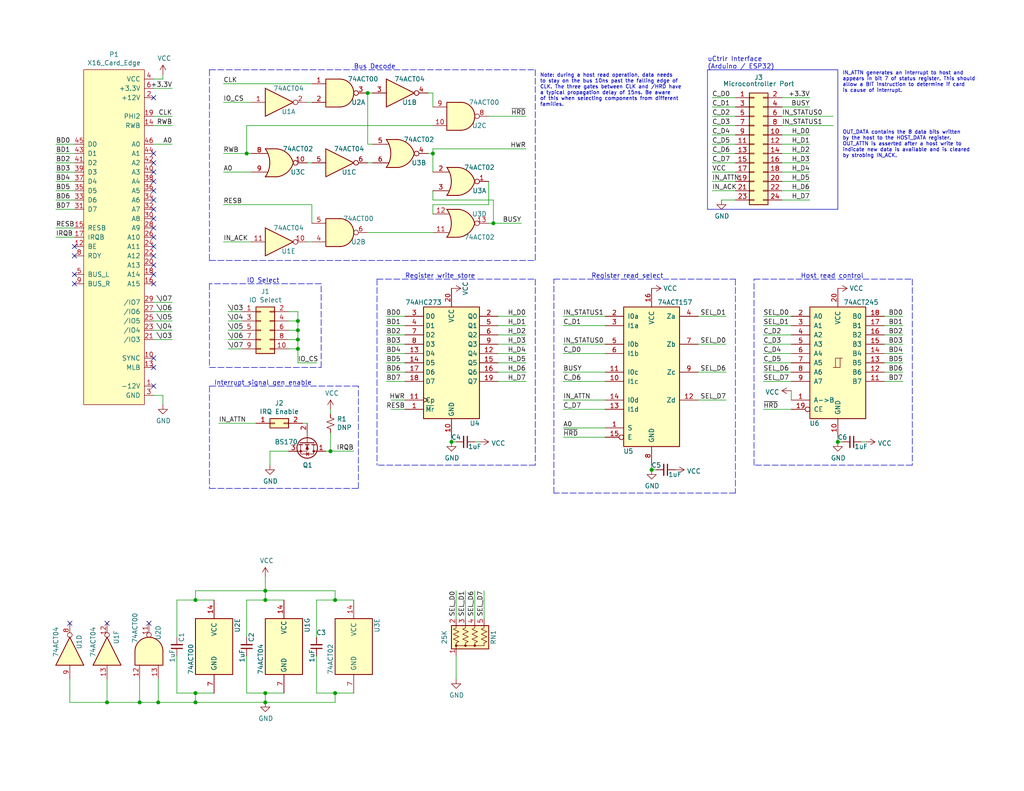
<source format=kicad_sch>
(kicad_sch (version 20211123) (generator eeschema)
  (paper "USLetter")
  (title_block (title "Simple 6502 Interface") (date "2022-02-09") (rev "0.1"))
  (lib_symbols
    (symbol "74xx:74AHC273"
      (property "Reference" "U" (at -7.62 16.51 0))
      (property "Value" "74AHC273" (at -7.62 -16.51 0))
      (symbol "74AHC273_1_0"
        (pin input line (at -12.7 -12.7 0) (length 5.08) (name "~{Mr}") (number "1"))
        (pin power_in line (at 0 -20.32 90) (length 5.08) (name "GND") (number "10"))
        (pin input clock (at -12.7 -10.16 0) (length 5.08) (name "Cp") (number "11"))
        (pin output line (at 12.7 2.54 180) (length 5.08) (name "Q4") (number "12"))
        (pin input line (at -12.7 2.54 0) (length 5.08) (name "D4") (number "13"))
        (pin input line (at -12.7 0 0) (length 5.08) (name "D5") (number "14"))
        (pin output line (at 12.7 0 180) (length 5.08) (name "Q5") (number "15"))
        (pin output line (at 12.7 -2.54 180) (length 5.08) (name "Q6") (number "16"))
        (pin input line (at -12.7 -2.54 0) (length 5.08) (name "D6") (number "17"))
        (pin input line (at -12.7 -5.08 0) (length 5.08) (name "D7") (number "18"))
        (pin output line (at 12.7 -5.08 180) (length 5.08) (name "Q7") (number "19"))
        (pin output line (at 12.7 12.7 180) (length 5.08) (name "Q0") (number "2"))
        (pin power_in line (at 0 20.32 270) (length 5.08) (name "VCC") (number "20"))
        (pin input line (at -12.7 12.7 0) (length 5.08) (name "D0") (number "3"))
        (pin input line (at -12.7 10.16 0) (length 5.08) (name "D1") (number "4"))
        (pin output line (at 12.7 10.16 180) (length 5.08) (name "Q1") (number "5"))
        (pin output line (at 12.7 7.62 180) (length 5.08) (name "Q2") (number "6"))
        (pin input line (at -12.7 7.62 0) (length 5.08) (name "D2") (number "7"))
        (pin input line (at -12.7 5.08 0) (length 5.08) (name "D3") (number "8"))
        (pin output line (at 12.7 5.08 180) (length 5.08) (name "Q3") (number "9"))
      )
    )
    (symbol "74xx:74HC04"
      (property "Reference" "U" (at 0 1.27 0))
      (property "Value" "74HC04" (at 0 -1.27 0))
      (symbol "74HC04_1_0"
        (pin input line (at -7.62 0 0) (length 3.81) (name "~") (number "1"))
        (pin output inverted (at 7.62 0 180) (length 3.81) (name "~") (number "2"))
      )
      (symbol "74HC04_2_0"
        (pin input line (at -7.62 0 0) (length 3.81) (name "~") (number "3"))
        (pin output inverted (at 7.62 0 180) (length 3.81) (name "~") (number "4"))
      )
      (symbol "74HC04_3_0"
        (pin input line (at -7.62 0 0) (length 3.81) (name "~") (number "5"))
        (pin output inverted (at 7.62 0 180) (length 3.81) (name "~") (number "6"))
      )
      (symbol "74HC04_4_0"
        (pin output inverted (at 7.62 0 180) (length 3.81) (name "~") (number "8"))
        (pin input line (at -7.62 0 0) (length 3.81) (name "~") (number "9"))
      )
      (symbol "74HC04_5_0"
        (pin output inverted (at 7.62 0 180) (length 3.81) (name "~") (number "10"))
        (pin input line (at -7.62 0 0) (length 3.81) (name "~") (number "11"))
      )
      (symbol "74HC04_6_0"
        (pin output inverted (at 7.62 0 180) (length 3.81) (name "~") (number "12"))
        (pin input line (at -7.62 0 0) (length 3.81) (name "~") (number "13"))
      )
      (symbol "74HC04_7_0"
        (pin power_in line (at 0 12.7 270) (length 5.08) (name "VCC") (number "14"))
        (pin power_in line (at 0 -12.7 90) (length 5.08) (name "GND") (number "7"))
      )
    )
    (symbol "74xx:74LS00" (pin_names (offset 1.016))
      (property "Reference" "U" (at 0 1.27 0))
      (property "Value" "74LS00" (at 0 -1.27 0))
      (symbol "74LS00_1_1"
        (pin input line (at -7.62 2.54 0) (length 3.81) (name "~") (number "1"))
        (pin input line (at -7.62 -2.54 0) (length 3.81) (name "~") (number "2"))
        (pin output inverted (at 7.62 0 180) (length 3.81) (name "~") (number "3"))
      )
      (symbol "74LS00_1_2"
        (pin input inverted (at -7.62 2.54 0) (length 4.318) (name "~") (number "1"))
        (pin input inverted (at -7.62 -2.54 0) (length 4.318) (name "~") (number "2"))
        (pin output line (at 7.62 0 180) (length 3.81) (name "~") (number "3"))
      )
      (symbol "74LS00_2_1"
        (pin input line (at -7.62 2.54 0) (length 3.81) (name "~") (number "4"))
        (pin input line (at -7.62 -2.54 0) (length 3.81) (name "~") (number "5"))
        (pin output inverted (at 7.62 0 180) (length 3.81) (name "~") (number "6"))
      )
      (symbol "74LS00_2_2"
        (pin input inverted (at -7.62 2.54 0) (length 4.318) (name "~") (number "4"))
        (pin input inverted (at -7.62 -2.54 0) (length 4.318) (name "~") (number "5"))
        (pin output line (at 7.62 0 180) (length 3.81) (name "~") (number "6"))
      )
      (symbol "74LS00_3_1"
        (pin input line (at -7.62 -2.54 0) (length 3.81) (name "~") (number "10"))
        (pin output inverted (at 7.62 0 180) (length 3.81) (name "~") (number "8"))
        (pin input line (at -7.62 2.54 0) (length 3.81) (name "~") (number "9"))
      )
      (symbol "74LS00_3_2"
        (pin input inverted (at -7.62 -2.54 0) (length 4.318) (name "~") (number "10"))
        (pin output line (at 7.62 0 180) (length 3.81) (name "~") (number "8"))
        (pin input inverted (at -7.62 2.54 0) (length 4.318) (name "~") (number "9"))
      )
      (symbol "74LS00_4_1"
        (pin output inverted (at 7.62 0 180) (length 3.81) (name "~") (number "11"))
        (pin input line (at -7.62 2.54 0) (length 3.81) (name "~") (number "12"))
        (pin input line (at -7.62 -2.54 0) (length 3.81) (name "~") (number "13"))
      )
      (symbol "74LS00_4_2"
        (pin output line (at 7.62 0 180) (length 3.81) (name "~") (number "11"))
        (pin input inverted (at -7.62 2.54 0) (length 4.318) (name "~") (number "12"))
        (pin input inverted (at -7.62 -2.54 0) (length 4.318) (name "~") (number "13"))
      )
      (symbol "74LS00_5_0"
        (pin power_in line (at 0 12.7 270) (length 5.08) (name "VCC") (number "14"))
        (pin power_in line (at 0 -12.7 90) (length 5.08) (name "GND") (number "7"))
      )
    )
    (symbol "74xx:74LS02" (pin_names (offset 1.016))
      (property "Reference" "U" (at 0 1.27 0))
      (property "Value" "74LS02" (at 0 -1.27 0))
      (symbol "74LS02_1_1"
        (pin output inverted (at 7.62 0 180) (length 3.81) (name "~") (number "1"))
        (pin input line (at -7.62 2.54 0) (length 4.318) (name "~") (number "2"))
        (pin input line (at -7.62 -2.54 0) (length 4.318) (name "~") (number "3"))
      )
      (symbol "74LS02_1_2"
        (pin output line (at 7.62 0 180) (length 3.81) (name "~") (number "1"))
        (pin input inverted (at -7.62 2.54 0) (length 3.81) (name "~") (number "2"))
        (pin input inverted (at -7.62 -2.54 0) (length 3.81) (name "~") (number "3"))
      )
      (symbol "74LS02_2_1"
        (pin output inverted (at 7.62 0 180) (length 3.81) (name "~") (number "4"))
        (pin input line (at -7.62 2.54 0) (length 4.318) (name "~") (number "5"))
        (pin input line (at -7.62 -2.54 0) (length 4.318) (name "~") (number "6"))
      )
      (symbol "74LS02_2_2"
        (pin output line (at 7.62 0 180) (length 3.81) (name "~") (number "4"))
        (pin input inverted (at -7.62 2.54 0) (length 3.81) (name "~") (number "5"))
        (pin input inverted (at -7.62 -2.54 0) (length 3.81) (name "~") (number "6"))
      )
      (symbol "74LS02_3_1"
        (pin output inverted (at 7.62 0 180) (length 3.81) (name "~") (number "10"))
        (pin input line (at -7.62 2.54 0) (length 4.318) (name "~") (number "8"))
        (pin input line (at -7.62 -2.54 0) (length 4.318) (name "~") (number "9"))
      )
      (symbol "74LS02_3_2"
        (pin output line (at 7.62 0 180) (length 3.81) (name "~") (number "10"))
        (pin input inverted (at -7.62 2.54 0) (length 3.81) (name "~") (number "8"))
        (pin input inverted (at -7.62 -2.54 0) (length 3.81) (name "~") (number "9"))
      )
      (symbol "74LS02_4_1"
        (pin input line (at -7.62 2.54 0) (length 4.318) (name "~") (number "11"))
        (pin input line (at -7.62 -2.54 0) (length 4.318) (name "~") (number "12"))
        (pin output inverted (at 7.62 0 180) (length 3.81) (name "~") (number "13"))
      )
      (symbol "74LS02_4_2"
        (pin input inverted (at -7.62 2.54 0) (length 3.81) (name "~") (number "11"))
        (pin input inverted (at -7.62 -2.54 0) (length 3.81) (name "~") (number "12"))
        (pin output line (at 7.62 0 180) (length 3.81) (name "~") (number "13"))
      )
      (symbol "74LS02_5_0"
        (pin power_in line (at 0 12.7 270) (length 5.08) (name "VCC") (number "14"))
        (pin power_in line (at 0 -12.7 90) (length 5.08) (name "GND") (number "7"))
      )
    )
    (symbol "74xx:74LS157" (pin_names (offset 1.016))
      (property "Reference" "U" (at -7.62 19.05 0))
      (property "Value" "74LS157" (at -7.62 -21.59 0))
      (symbol "74LS157_1_0"
        (pin input line (at -12.7 -15.24 0) (length 5.08) (name "S") (number "1"))
        (pin input line (at -12.7 -2.54 0) (length 5.08) (name "I1c") (number "10"))
        (pin input line (at -12.7 0 0) (length 5.08) (name "I0c") (number "11"))
        (pin output line (at 12.7 -7.62 180) (length 5.08) (name "Zd") (number "12"))
        (pin input line (at -12.7 -10.16 0) (length 5.08) (name "I1d") (number "13"))
        (pin input line (at -12.7 -7.62 0) (length 5.08) (name "I0d") (number "14"))
        (pin input inverted (at -12.7 -17.78 0) (length 5.08) (name "E") (number "15"))
        (pin power_in line (at 0 22.86 270) (length 5.08) (name "VCC") (number "16"))
        (pin input line (at -12.7 15.24 0) (length 5.08) (name "I0a") (number "2"))
        (pin input line (at -12.7 12.7 0) (length 5.08) (name "I1a") (number "3"))
        (pin output line (at 12.7 15.24 180) (length 5.08) (name "Za") (number "4"))
        (pin input line (at -12.7 7.62 0) (length 5.08) (name "I0b") (number "5"))
        (pin input line (at -12.7 5.08 0) (length 5.08) (name "I1b") (number "6"))
        (pin output line (at 12.7 7.62 180) (length 5.08) (name "Zb") (number "7"))
        (pin power_in line (at 0 -25.4 90) (length 5.08) (name "GND") (number "8"))
        (pin output line (at 12.7 0 180) (length 5.08) (name "Zc") (number "9"))
      )
    )
    (symbol "74xx:74LS245" (pin_names (offset 1.016))
      (property "Reference" "U" (at -7.62 16.51 0))
      (property "Value" "74LS245" (at -7.62 -16.51 0))
      (symbol "74LS245_1_0"
        (pin input line (at -12.7 -10.16 0) (length 5.08) (name "A->B") (number "1"))
        (pin power_in line (at 0 -20.32 90) (length 5.08) (name "GND") (number "10"))
        (pin tri_state line (at 12.7 -5.08 180) (length 5.08) (name "B7") (number "11"))
        (pin tri_state line (at 12.7 -2.54 180) (length 5.08) (name "B6") (number "12"))
        (pin tri_state line (at 12.7 0 180) (length 5.08) (name "B5") (number "13"))
        (pin tri_state line (at 12.7 2.54 180) (length 5.08) (name "B4") (number "14"))
        (pin tri_state line (at 12.7 5.08 180) (length 5.08) (name "B3") (number "15"))
        (pin tri_state line (at 12.7 7.62 180) (length 5.08) (name "B2") (number "16"))
        (pin tri_state line (at 12.7 10.16 180) (length 5.08) (name "B1") (number "17"))
        (pin tri_state line (at 12.7 12.7 180) (length 5.08) (name "B0") (number "18"))
        (pin input inverted (at -12.7 -12.7 0) (length 5.08) (name "CE") (number "19"))
        (pin tri_state line (at -12.7 12.7 0) (length 5.08) (name "A0") (number "2"))
        (pin power_in line (at 0 20.32 270) (length 5.08) (name "VCC") (number "20"))
        (pin tri_state line (at -12.7 10.16 0) (length 5.08) (name "A1") (number "3"))
        (pin tri_state line (at -12.7 7.62 0) (length 5.08) (name "A2") (number "4"))
        (pin tri_state line (at -12.7 5.08 0) (length 5.08) (name "A3") (number "5"))
        (pin tri_state line (at -12.7 2.54 0) (length 5.08) (name "A4") (number "6"))
        (pin tri_state line (at -12.7 0 0) (length 5.08) (name "A5") (number "7"))
        (pin tri_state line (at -12.7 -2.54 0) (length 5.08) (name "A6") (number "8"))
        (pin tri_state line (at -12.7 -5.08 0) (length 5.08) (name "A7") (number "9"))
      )
    )
    (symbol "Connector_Generic:Conn_02x01" (pin_names (offset 1.016) hide)
      (property "Reference" "J" (at 1.27 2.54 0))
      (property "Value" "Conn_02x01" (at 1.27 -2.54 0))
      (symbol "Conn_02x01_1_1"
        (pin passive line (at -5.08 0 0) (length 3.81) (name "Pin_1") (number "1"))
        (pin passive line (at 7.62 0 180) (length 3.81) (name "Pin_2") (number "2"))
      )
    )
    (symbol "Connector_Generic:Conn_02x05_Odd_Even" (pin_names (offset 1.016) hide)
      (property "Reference" "J" (at 1.27 7.62 0))
      (property "Value" "Conn_02x05_Odd_Even" (at 1.27 -7.62 0))
      (symbol "Conn_02x05_Odd_Even_1_1"
        (pin passive line (at -5.08 5.08 0) (length 3.81) (name "Pin_1") (number "1"))
        (pin passive line (at 7.62 -5.08 180) (length 3.81) (name "Pin_10") (number "10"))
        (pin passive line (at 7.62 5.08 180) (length 3.81) (name "Pin_2") (number "2"))
        (pin passive line (at -5.08 2.54 0) (length 3.81) (name "Pin_3") (number "3"))
        (pin passive line (at 7.62 2.54 180) (length 3.81) (name "Pin_4") (number "4"))
        (pin passive line (at -5.08 0 0) (length 3.81) (name "Pin_5") (number "5"))
        (pin passive line (at 7.62 0 180) (length 3.81) (name "Pin_6") (number "6"))
        (pin passive line (at -5.08 -2.54 0) (length 3.81) (name "Pin_7") (number "7"))
        (pin passive line (at 7.62 -2.54 180) (length 3.81) (name "Pin_8") (number "8"))
        (pin passive line (at -5.08 -5.08 0) (length 3.81) (name "Pin_9") (number "9"))
      )
    )
    (symbol "Connector_Generic:Conn_02x12_Odd_Even" (pin_names (offset 1.016) hide)
      (property "Reference" "J" (at 1.27 15.24 0))
      (property "Value" "Conn_02x12_Odd_Even" (at 1.27 -17.78 0))
      (symbol "Conn_02x12_Odd_Even_1_1"
        (pin passive line (at -5.08 12.7 0) (length 3.81) (name "Pin_1") (number "1"))
        (pin passive line (at 7.62 2.54 180) (length 3.81) (name "Pin_10") (number "10"))
        (pin passive line (at -5.08 0 0) (length 3.81) (name "Pin_11") (number "11"))
        (pin passive line (at 7.62 0 180) (length 3.81) (name "Pin_12") (number "12"))
        (pin passive line (at -5.08 -2.54 0) (length 3.81) (name "Pin_13") (number "13"))
        (pin passive line (at 7.62 -2.54 180) (length 3.81) (name "Pin_14") (number "14"))
        (pin passive line (at -5.08 -5.08 0) (length 3.81) (name "Pin_15") (number "15"))
        (pin passive line (at 7.62 -5.08 180) (length 3.81) (name "Pin_16") (number "16"))
        (pin passive line (at -5.08 -7.62 0) (length 3.81) (name "Pin_17") (number "17"))
        (pin passive line (at 7.62 -7.62 180) (length 3.81) (name "Pin_18") (number "18"))
        (pin passive line (at -5.08 -10.16 0) (length 3.81) (name "Pin_19") (number "19"))
        (pin passive line (at 7.62 12.7 180) (length 3.81) (name "Pin_2") (number "2"))
        (pin passive line (at 7.62 -10.16 180) (length 3.81) (name "Pin_20") (number "20"))
        (pin passive line (at -5.08 -12.7 0) (length 3.81) (name "Pin_21") (number "21"))
        (pin passive line (at 7.62 -12.7 180) (length 3.81) (name "Pin_22") (number "22"))
        (pin passive line (at -5.08 -15.24 0) (length 3.81) (name "Pin_23") (number "23"))
        (pin passive line (at 7.62 -15.24 180) (length 3.81) (name "Pin_24") (number "24"))
        (pin passive line (at -5.08 10.16 0) (length 3.81) (name "Pin_3") (number "3"))
        (pin passive line (at 7.62 10.16 180) (length 3.81) (name "Pin_4") (number "4"))
        (pin passive line (at -5.08 7.62 0) (length 3.81) (name "Pin_5") (number "5"))
        (pin passive line (at 7.62 7.62 180) (length 3.81) (name "Pin_6") (number "6"))
        (pin passive line (at -5.08 5.08 0) (length 3.81) (name "Pin_7") (number "7"))
        (pin passive line (at 7.62 5.08 180) (length 3.81) (name "Pin_8") (number "8"))
        (pin passive line (at -5.08 2.54 0) (length 3.81) (name "Pin_9") (number "9"))
      )
    )
    (symbol "Device:C_Small" (pin_numbers hide) (pin_names (offset 0.254) hide)
      (property "Reference" "C" (at 0.254 1.778 0))
      (property "Value" "C_Small" (at 0.254 -2.032 0))
      (symbol "C_Small_1_1"
        (pin passive line (at 0 2.54 270) (length 2.032) (name "~") (number "1"))
        (pin passive line (at 0 -2.54 90) (length 2.032) (name "~") (number "2"))
      )
    )
    (symbol "Device:R_Network04_US" (pin_names (offset 0) hide)
      (property "Reference" "RN" (at -7.62 0 90))
      (property "Value" "R_Network04_US" (at 5.08 0 90))
      (symbol "R_Network04_US_1_1"
        (pin passive line (at -5.08 5.08 270) (length 2.54) (name "common") (number "1"))
        (pin passive line (at -5.08 -5.08 90) (length 1.27) (name "R1") (number "2"))
        (pin passive line (at -2.54 -5.08 90) (length 1.27) (name "R2") (number "3"))
        (pin passive line (at 0 -5.08 90) (length 1.27) (name "R3") (number "4"))
        (pin passive line (at 2.54 -5.08 90) (length 1.27) (name "R4") (number "5"))
      )
    )
    (symbol "Device:R_Small_US" (pin_numbers hide) (pin_names (offset 0.254) hide)
      (property "Reference" "R" (at 0.762 0.508 0))
      (property "Value" "R_Small_US" (at 0.762 -1.016 0))
      (symbol "R_Small_US_1_1"
        (pin passive line (at 0 2.54 270) (length 1.016) (name "~") (number "1"))
        (pin passive line (at 0 -2.54 90) (length 1.016) (name "~") (number "2"))
      )
    )
    (symbol "Transistor_FET:BS170" (pin_names hide)
      (property "Reference" "Q" (at 5.08 1.905 0))
      (property "Value" "BS170" (at 5.08 0 0))
      (symbol "BS170_1_1"
        (pin passive line (at 2.54 5.08 270) (length 2.54) (name "D") (number "1"))
        (pin input line (at -5.08 0 0) (length 2.54) (name "G") (number "2"))
        (pin passive line (at 2.54 -5.08 90) (length 2.54) (name "S") (number "3"))
      )
    )
    (symbol "X16_Card:X16_Card_Edge" (pin_names (offset 1.016))
      (property "Reference" "P" (at 1.27 39.37 0))
      (property "Value" "X16_Card_Edge" (at 7.62 -54.61 0))
      (symbol "X16_Card_Edge_0_1"
        (pin power_out line (at 19.05 -50.8 180) (length 2.54) hide (name "GND") (number "11"))
        (pin power_out line (at 19.05 35.56 180) (length 2.54) (name "VCC") (number "4"))
        (pin passive line (at 19.05 35.56 180) (length 2.54) hide (name "VCC") (number "47"))
        (pin output line (at 19.05 -50.8 180) (length 2.54) hide (name "GND") (number "48"))
        (pin power_out line (at 19.05 -50.8 180) (length 2.54) hide (name "GND") (number "7"))
      )
      (symbol "X16_Card_Edge_1_1"
        (pin power_out line (at 19.05 -48.26 180) (length 2.54) (name "-12V") (number "1"))
        (pin output line (at 19.05 -40.64 180) (length 2.54) (name "SYNC") (number "10"))
        (pin input line (at -2.54 -10.16 0) (length 2.54) (name "BE") (number "12"))
        (pin output line (at 19.05 -43.18 180) (length 2.54) (name "MLB") (number "13"))
        (pin output line (at 19.05 22.86 180) (length 2.54) (name "RWB") (number "14"))
        (pin open_collector line (at -2.54 -5.08 0) (length 2.54) (name "RESB") (number "15"))
        (pin output line (at 19.05 -20.32 180) (length 2.54) (name "A15") (number "16"))
        (pin open_collector line (at -2.54 -7.62 0) (length 2.54) (name "IRQB") (number "17"))
        (pin output line (at 19.05 -17.78 180) (length 2.54) (name "A14") (number "18"))
        (pin output line (at 19.05 25.4 180) (length 2.54) (name "PHI2") (number "19"))
        (pin power_out line (at 19.05 30.48 180) (length 2.54) (name "+12V") (number "2"))
        (pin output line (at 19.05 -15.24 180) (length 2.54) (name "A13") (number "20"))
        (pin output line (at 19.05 -35.56 180) (length 2.54) (name "/IO3") (number "21"))
        (pin output line (at 19.05 -12.7 180) (length 2.54) (name "A12") (number "22"))
        (pin output line (at 19.05 -33.02 180) (length 2.54) (name "/IO4") (number "23"))
        (pin output line (at 19.05 -10.16 180) (length 2.54) (name "A11") (number "24"))
        (pin output line (at 19.05 -30.48 180) (length 2.54) (name "/IO5") (number "25"))
        (pin output line (at 19.05 -7.62 180) (length 2.54) (name "A10") (number "26"))
        (pin output line (at 19.05 -27.94 180) (length 2.54) (name "/IO6") (number "27"))
        (pin output line (at 19.05 -5.08 180) (length 2.54) (name "A9") (number "28"))
        (pin output line (at 19.05 -25.4 180) (length 2.54) (name "/IO7") (number "29"))
        (pin power_out line (at 19.05 -50.8 180) (length 2.54) (name "GND") (number "3"))
        (pin output line (at 19.05 -2.54 180) (length 2.54) (name "A8") (number "30"))
        (pin bidirectional line (at -2.54 0 0) (length 2.54) (name "D7") (number "31"))
        (pin output line (at 19.05 0 180) (length 2.54) (name "A7") (number "32"))
        (pin bidirectional line (at -2.54 2.54 0) (length 2.54) (name "D6") (number "33"))
        (pin output line (at 19.05 2.54 180) (length 2.54) (name "A6") (number "34"))
        (pin bidirectional line (at -2.54 5.08 0) (length 2.54) (name "D5") (number "35"))
        (pin output line (at 19.05 5.08 180) (length 2.54) (name "A5") (number "36"))
        (pin bidirectional line (at -2.54 7.62 0) (length 2.54) (name "D4") (number "37"))
        (pin output line (at 19.05 7.62 180) (length 2.54) (name "A4") (number "38"))
        (pin bidirectional line (at -2.54 10.16 0) (length 2.54) (name "D3") (number "39"))
        (pin output line (at 19.05 10.16 180) (length 2.54) (name "A3") (number "40"))
        (pin bidirectional line (at -2.54 12.7 0) (length 2.54) (name "D2") (number "41"))
        (pin output line (at 19.05 12.7 180) (length 2.54) (name "A2") (number "42"))
        (pin bidirectional line (at -2.54 15.24 0) (length 2.54) (name "D1") (number "43"))
        (pin output line (at 19.05 15.24 180) (length 2.54) (name "A1") (number "44"))
        (pin bidirectional line (at -2.54 17.78 0) (length 2.54) (name "D0") (number "45"))
        (pin output line (at 19.05 17.78 180) (length 2.54) (name "A0") (number "46"))
        (pin passive line (at 19.05 30.48 180) (length 2.54) hide (name "+12V") (number "49"))
        (pin input line (at -2.54 -17.78 0) (length 2.54) (name "BUS_L") (number "5"))
        (pin passive line (at 19.05 -48.26 180) (length 2.54) hide (name "-12V") (number "50"))
        (pin power_out line (at 19.05 33.02 180) (length 2.54) (name "+3.3V") (number "6"))
        (pin bidirectional line (at -2.54 -12.7 0) (length 2.54) (name "RDY") (number "8"))
        (pin input line (at -2.54 -20.32 0) (length 2.54) (name "BUS_R") (number "9"))
      )
    )
    (symbol "power:GND" (power) (pin_names (offset 0))
      (property "Value" "GND" (at 0 -3.81 0))
      (symbol "GND_1_1"
        (pin power_in line (at 0 0 270) (length 0) hide (name "GND") (number "1"))
      )
    )
    (symbol "power:VCC" (power) (pin_names (offset 0))
      (property "Value" "VCC" (at 0 3.81 0))
      (symbol "VCC_1_1"
        (pin power_in line (at 0 0 90) (length 0) hide (name "VCC") (number "1"))
      )
    )
  )
  (junction (at 53.34 191.77))
  (junction (at 123.19 120.65))
  (junction (at 118.11 41.91))
  (junction (at 91.44 189.23))
  (junction (at 72.39 189.23))
  (junction (at 29.21 191.77))
  (junction (at 81.28 90.17))
  (junction (at 53.34 163.83))
  (junction (at 228.6 120.65))
  (junction (at 100.33 25.4))
  (junction (at 90.17 123.19))
  (junction (at 53.34 189.23))
  (junction (at 72.39 163.83))
  (junction (at 81.28 87.63))
  (junction (at 91.44 163.83))
  (junction (at 177.8 128.27))
  (junction (at 81.28 92.71))
  (junction (at 43.18 191.77))
  (junction (at 134.62 60.96))
  (junction (at 38.1 191.77))
  (junction (at 72.39 191.77))
  (junction (at 72.39 161.29))
  (junction (at 67.31 41.91))
  (junction (at 81.28 95.25))
  (no_connect (at 41.91 54.61))
  (no_connect (at 41.91 100.33))
  (no_connect (at 40.64 170.18))
  (no_connect (at 20.32 77.47))
  (no_connect (at 19.05 170.18))
  (no_connect (at 41.91 44.45))
  (no_connect (at 29.21 170.18))
  (no_connect (at 20.32 69.85))
  (no_connect (at 41.91 59.69))
  (no_connect (at 41.91 57.15))
  (no_connect (at 41.91 77.47))
  (no_connect (at 41.91 49.53))
  (no_connect (at 41.91 97.79))
  (no_connect (at 41.91 72.39))
  (no_connect (at 41.91 74.93))
  (no_connect (at 41.91 52.07))
  (no_connect (at 41.91 67.31))
  (no_connect (at 41.91 105.41))
  (no_connect (at 41.91 46.99))
  (no_connect (at 41.91 64.77))
  (no_connect (at 20.32 74.93))
  (no_connect (at 41.91 62.23))
  (no_connect (at 41.91 26.67))
  (no_connect (at 20.32 67.31))
  (no_connect (at 41.91 41.91))
  (no_connect (at 41.91 69.85))
  (wire (pts (xy 19.05 191.77) (xy 29.21 191.77)))
  (wire (pts (xy 215.9 93.98) (xy 208.28 93.98)))
  (wire (pts (xy 73.66 127) (xy 73.66 123.19)))
  (wire (pts (xy 135.89 99.06) (xy 143.51 99.06)))
  (wire (pts (xy 165.1 104.14) (xy 153.67 104.14)))
  (wire (pts (xy 83.82 66.04) (xy 85.09 66.04)))
  (wire (pts (xy 241.3 101.6) (xy 246.38 101.6)))
  (wire (pts (xy 118.11 46.99) (xy 118.11 41.91)))
  (polyline (pts (xy 200.66 134.62) (xy 151.13 134.62)))
  (polyline (pts (xy 248.92 127) (xy 205.74 127)))
  (wire (pts (xy 91.44 163.83) (xy 91.44 161.29)))
  (wire (pts (xy 190.5 93.98) (xy 198.12 93.98)))
  (wire (pts (xy 220.98 36.83) (xy 213.36 36.83)))
  (wire (pts (xy 165.1 93.98) (xy 153.67 93.98)))
  (polyline (pts (xy 57.15 19.05) (xy 146.05 19.05)))
  (polyline (pts (xy 57.15 71.12) (xy 146.05 71.12)))
  (wire (pts (xy 41.91 90.17) (xy 46.99 90.17)))
  (polyline (pts (xy 248.92 76.2) (xy 248.92 127)))
  (wire (pts (xy 67.31 173.99) (xy 67.31 163.83)))
  (wire (pts (xy 118.11 52.07) (xy 118.11 54.61)))
  (wire (pts (xy 241.3 88.9) (xy 246.38 88.9)))
  (wire (pts (xy 134.62 54.61) (xy 134.62 60.96)))
  (polyline (pts (xy 146.05 76.2) (xy 146.05 127)))
  (wire (pts (xy 20.32 44.45) (xy 15.24 44.45)))
  (wire (pts (xy 81.28 90.17) (xy 81.28 92.71)))
  (wire (pts (xy 135.89 96.52) (xy 143.51 96.52)))
  (wire (pts (xy 88.9 123.19) (xy 90.17 123.19)))
  (wire (pts (xy 215.9 111.76) (xy 208.28 111.76)))
  (wire (pts (xy 200.66 46.99) (xy 194.31 46.99)))
  (wire (pts (xy 67.31 34.29) (xy 67.31 41.91)))
  (wire (pts (xy 20.32 39.37) (xy 15.24 39.37)))
  (wire (pts (xy 135.89 88.9) (xy 143.51 88.9)))
  (wire (pts (xy 220.98 49.53) (xy 213.36 49.53)))
  (wire (pts (xy 200.66 39.37) (xy 194.31 39.37)))
  (wire (pts (xy 67.31 163.83) (xy 72.39 163.83)))
  (wire (pts (xy 196.85 54.61) (xy 200.66 54.61)))
  (wire (pts (xy 227.33 31.75) (xy 213.36 31.75)))
  (wire (pts (xy 124.46 185.42) (xy 124.46 179.07)))
  (wire (pts (xy 190.5 101.6) (xy 198.12 101.6)))
  (wire (pts (xy 20.32 62.23) (xy 15.24 62.23)))
  (wire (pts (xy 81.28 87.63) (xy 81.28 90.17)))
  (wire (pts (xy 200.66 49.53) (xy 194.31 49.53)))
  (wire (pts (xy 100.33 63.5) (xy 118.11 63.5)))
  (wire (pts (xy 110.49 99.06) (xy 105.41 99.06)))
  (wire (pts (xy 72.39 189.23) (xy 72.39 191.77)))
  (wire (pts (xy 81.28 92.71) (xy 81.28 95.25)))
  (wire (pts (xy 110.49 91.44) (xy 105.41 91.44)))
  (wire (pts (xy 62.23 85.09) (xy 66.04 85.09)))
  (wire (pts (xy 200.66 29.21) (xy 194.31 29.21)))
  (wire (pts (xy 215.9 96.52) (xy 208.28 96.52)))
  (wire (pts (xy 85.09 55.88) (xy 85.09 60.96)))
  (wire (pts (xy 72.39 161.29) (xy 72.39 157.48)))
  (wire (pts (xy 72.39 163.83) (xy 77.47 163.83)))
  (wire (pts (xy 165.1 96.52) (xy 153.67 96.52)))
  (wire (pts (xy 43.18 191.77) (xy 53.34 191.77)))
  (wire (pts (xy 60.96 55.88) (xy 85.09 55.88)))
  (wire (pts (xy 215.9 104.14) (xy 208.28 104.14)))
  (wire (pts (xy 177.8 128.27) (xy 177.8 127)))
  (wire (pts (xy 60.96 22.86) (xy 85.09 22.86)))
  (wire (pts (xy 135.89 86.36) (xy 143.51 86.36)))
  (wire (pts (xy 19.05 185.42) (xy 19.05 191.77)))
  (wire (pts (xy 215.9 109.22) (xy 215.9 106.68)))
  (wire (pts (xy 165.1 119.38) (xy 153.67 119.38)))
  (wire (pts (xy 118.11 54.61) (xy 134.62 54.61)))
  (wire (pts (xy 78.74 90.17) (xy 81.28 90.17)))
  (wire (pts (xy 86.36 173.99) (xy 86.36 163.83)))
  (wire (pts (xy 67.31 189.23) (xy 72.39 189.23)))
  (wire (pts (xy 59.69 115.57) (xy 69.85 115.57)))
  (wire (pts (xy 81.28 99.06) (xy 86.36 99.06)))
  (wire (pts (xy 123.19 119.38) (xy 123.19 120.65)))
  (wire (pts (xy 68.58 66.04) (xy 60.96 66.04)))
  (wire (pts (xy 41.91 92.71) (xy 46.99 92.71)))
  (polyline (pts (xy 87.63 100.33) (xy 87.63 77.47)))
  (wire (pts (xy 118.11 40.64) (xy 143.51 40.64)))
  (wire (pts (xy 78.74 85.09) (xy 81.28 85.09)))
  (wire (pts (xy 165.1 86.36) (xy 153.67 86.36)))
  (polyline (pts (xy 205.74 127) (xy 205.74 76.2)))
  (wire (pts (xy 20.32 57.15) (xy 15.24 57.15)))
  (wire (pts (xy 20.32 52.07) (xy 15.24 52.07)))
  (wire (pts (xy 220.98 46.99) (xy 213.36 46.99)))
  (wire (pts (xy 41.91 82.55) (xy 46.99 82.55)))
  (wire (pts (xy 124.46 120.65) (xy 123.19 120.65)))
  (wire (pts (xy 129.54 168.91) (xy 129.54 161.29)))
  (wire (pts (xy 110.49 109.22) (xy 106.68 109.22)))
  (wire (pts (xy 220.98 52.07) (xy 213.36 52.07)))
  (wire (pts (xy 62.23 87.63) (xy 66.04 87.63)))
  (wire (pts (xy 200.66 44.45) (xy 194.31 44.45)))
  (wire (pts (xy 78.74 87.63) (xy 81.28 87.63)))
  (wire (pts (xy 20.32 41.91) (xy 15.24 41.91)))
  (wire (pts (xy 110.49 86.36) (xy 105.41 86.36)))
  (wire (pts (xy 110.49 101.6) (xy 105.41 101.6)))
  (wire (pts (xy 100.33 44.45) (xy 101.6 44.45)))
  (wire (pts (xy 96.52 163.83) (xy 91.44 163.83)))
  (wire (pts (xy 48.26 179.07) (xy 48.26 189.23)))
  (wire (pts (xy 165.1 101.6) (xy 153.67 101.6)))
  (wire (pts (xy 78.74 92.71) (xy 81.28 92.71)))
  (polyline (pts (xy 102.87 76.2) (xy 146.05 76.2)))
  (wire (pts (xy 241.3 96.52) (xy 246.38 96.52)))
  (wire (pts (xy 132.08 168.91) (xy 132.08 161.29)))
  (wire (pts (xy 165.1 116.84) (xy 153.67 116.84)))
  (wire (pts (xy 100.33 39.37) (xy 101.6 39.37)))
  (wire (pts (xy 165.1 109.22) (xy 153.67 109.22)))
  (polyline (pts (xy 228.6 57.15) (xy 193.04 57.15)) (stroke (width 0) (type solid)))
  (wire (pts (xy 41.91 39.37) (xy 46.99 39.37)))
  (wire (pts (xy 62.23 92.71) (xy 66.04 92.71)))
  (wire (pts (xy 41.91 24.13) (xy 46.99 24.13)))
  (wire (pts (xy 41.91 31.75) (xy 46.99 31.75)))
  (wire (pts (xy 135.89 104.14) (xy 143.51 104.14)))
  (wire (pts (xy 72.39 189.23) (xy 77.47 189.23)))
  (wire (pts (xy 241.3 104.14) (xy 246.38 104.14)))
  (polyline (pts (xy 146.05 127) (xy 102.87 127)))
  (wire (pts (xy 72.39 163.83) (xy 72.39 161.29)))
  (wire (pts (xy 229.87 120.65) (xy 228.6 120.65)))
  (wire (pts (xy 72.39 161.29) (xy 91.44 161.29)))
  (polyline (pts (xy 87.63 77.47) (xy 57.15 77.47)))
  (wire (pts (xy 62.23 95.25) (xy 66.04 95.25)))
  (wire (pts (xy 20.32 46.99) (xy 15.24 46.99)))
  (wire (pts (xy 53.34 189.23) (xy 53.34 191.77)))
  (wire (pts (xy 165.1 111.76) (xy 153.67 111.76)))
  (wire (pts (xy 241.3 86.36) (xy 246.38 86.36)))
  (wire (pts (xy 133.35 31.75) (xy 143.51 31.75)))
  (wire (pts (xy 48.26 189.23) (xy 53.34 189.23)))
  (wire (pts (xy 241.3 93.98) (xy 246.38 93.98)))
  (polyline (pts (xy 57.15 77.47) (xy 57.15 100.33)))
  (wire (pts (xy 118.11 25.4) (xy 118.11 29.21)))
  (polyline (pts (xy 57.15 100.33) (xy 87.63 100.33)))
  (wire (pts (xy 215.9 91.44) (xy 208.28 91.44)))
  (polyline (pts (xy 205.74 76.2) (xy 248.92 76.2)))
  (wire (pts (xy 220.98 41.91) (xy 213.36 41.91)))
  (wire (pts (xy 190.5 109.22) (xy 198.12 109.22)))
  (wire (pts (xy 78.74 95.25) (xy 81.28 95.25)))
  (wire (pts (xy 130.81 120.65) (xy 129.54 120.65)))
  (polyline (pts (xy 97.79 133.35) (xy 97.79 105.41)))
  (wire (pts (xy 41.91 34.29) (xy 46.99 34.29)))
  (wire (pts (xy 41.91 21.59) (xy 44.45 21.59)))
  (wire (pts (xy 48.26 163.83) (xy 53.34 163.83)))
  (wire (pts (xy 110.49 104.14) (xy 105.41 104.14)))
  (wire (pts (xy 20.32 49.53) (xy 15.24 49.53)))
  (wire (pts (xy 135.89 101.6) (xy 143.51 101.6)))
  (wire (pts (xy 241.3 91.44) (xy 246.38 91.44)))
  (wire (pts (xy 135.89 91.44) (xy 143.51 91.44)))
  (wire (pts (xy 241.3 99.06) (xy 246.38 99.06)))
  (wire (pts (xy 91.44 189.23) (xy 86.36 189.23)))
  (wire (pts (xy 179.07 128.27) (xy 177.8 128.27)))
  (wire (pts (xy 215.9 86.36) (xy 208.28 86.36)))
  (wire (pts (xy 200.66 36.83) (xy 194.31 36.83)))
  (wire (pts (xy 41.91 107.95) (xy 44.45 107.95)))
  (wire (pts (xy 43.18 185.42) (xy 43.18 191.77)))
  (polyline (pts (xy 57.15 105.41) (xy 57.15 133.35)))
  (polyline (pts (xy 151.13 134.62) (xy 151.13 76.2)))
  (wire (pts (xy 96.52 189.23) (xy 91.44 189.23)))
  (wire (pts (xy 118.11 55.88) (xy 133.35 55.88)))
  (polyline (pts (xy 97.79 105.41) (xy 57.15 105.41)))
  (wire (pts (xy 44.45 21.59) (xy 44.45 20.32)))
  (wire (pts (xy 220.98 29.21) (xy 213.36 29.21)))
  (wire (pts (xy 100.33 25.4) (xy 100.33 39.37)))
  (wire (pts (xy 220.98 54.61) (xy 213.36 54.61)))
  (wire (pts (xy 83.82 27.94) (xy 85.09 27.94)))
  (polyline (pts (xy 151.13 76.2) (xy 200.66 76.2)))
  (wire (pts (xy 90.17 113.03) (xy 90.17 111.76)))
  (wire (pts (xy 234.95 120.65) (xy 236.22 120.65)))
  (wire (pts (xy 133.35 55.88) (xy 133.35 49.53)))
  (wire (pts (xy 38.1 185.42) (xy 38.1 191.77)))
  (wire (pts (xy 200.66 31.75) (xy 194.31 31.75)))
  (wire (pts (xy 81.28 85.09) (xy 81.28 87.63)))
  (wire (pts (xy 200.66 34.29) (xy 194.31 34.29)))
  (wire (pts (xy 127 168.91) (xy 127 161.29)))
  (polyline (pts (xy 57.15 19.05) (xy 57.15 71.12)))
  (wire (pts (xy 53.34 163.83) (xy 58.42 163.83)))
  (wire (pts (xy 73.66 123.19) (xy 78.74 123.19)))
  (wire (pts (xy 100.33 25.4) (xy 101.6 25.4)))
  (wire (pts (xy 133.35 60.96) (xy 134.62 60.96)))
  (wire (pts (xy 110.49 88.9) (xy 105.41 88.9)))
  (wire (pts (xy 60.96 27.94) (xy 68.58 27.94)))
  (wire (pts (xy 72.39 191.77) (xy 91.44 191.77)))
  (wire (pts (xy 110.49 96.52) (xy 105.41 96.52)))
  (wire (pts (xy 41.91 87.63) (xy 46.99 87.63)))
  (wire (pts (xy 91.44 189.23) (xy 91.44 191.77)))
  (wire (pts (xy 124.46 161.29) (xy 124.46 168.91)))
  (polyline (pts (xy 200.66 76.2) (xy 200.66 134.62)))
  (polyline (pts (xy 146.05 19.05) (xy 146.05 71.12)))
  (wire (pts (xy 29.21 191.77) (xy 38.1 191.77)))
  (polyline (pts (xy 228.6 19.05) (xy 228.6 57.15)) (stroke (width 0) (type solid)))
  (wire (pts (xy 82.55 115.57) (xy 83.82 115.57)))
  (wire (pts (xy 38.1 191.77) (xy 43.18 191.77)))
  (wire (pts (xy 53.34 161.29) (xy 72.39 161.29)))
  (wire (pts (xy 135.89 93.98) (xy 143.51 93.98)))
  (wire (pts (xy 228.6 119.38) (xy 228.6 120.65)))
  (wire (pts (xy 90.17 123.19) (xy 90.17 118.11)))
  (wire (pts (xy 200.66 26.67) (xy 194.31 26.67)))
  (wire (pts (xy 53.34 163.83) (xy 53.34 161.29)))
  (wire (pts (xy 90.17 123.19) (xy 96.52 123.19)))
  (polyline (pts (xy 102.87 76.2) (xy 102.87 127)))
  (wire (pts (xy 60.96 46.99) (xy 68.58 46.99)))
  (wire (pts (xy 53.34 189.23) (xy 58.42 189.23)))
  (wire (pts (xy 134.62 60.96) (xy 142.24 60.96)))
  (wire (pts (xy 215.9 99.06) (xy 208.28 99.06)))
  (wire (pts (xy 116.84 41.91) (xy 118.11 41.91)))
  (polyline (pts (xy 193.04 19.05) (xy 228.6 19.05)) (stroke (width 0) (type solid)))
  (wire (pts (xy 116.84 25.4) (xy 118.11 25.4)))
  (wire (pts (xy 53.34 191.77) (xy 72.39 191.77)))
  (wire (pts (xy 118.11 41.91) (xy 118.11 40.64)))
  (wire (pts (xy 118.11 58.42) (xy 118.11 55.88)))
  (wire (pts (xy 68.58 41.91) (xy 67.31 41.91)))
  (wire (pts (xy 44.45 107.95) (xy 44.45 110.49)))
  (wire (pts (xy 220.98 39.37) (xy 213.36 39.37)))
  (polyline (pts (xy 57.15 133.35) (xy 97.79 133.35)))
  (wire (pts (xy 83.82 44.45) (xy 85.09 44.45)))
  (wire (pts (xy 86.36 179.07) (xy 86.36 189.23)))
  (wire (pts (xy 91.44 163.83) (xy 86.36 163.83)))
  (wire (pts (xy 67.31 34.29) (xy 118.11 34.29)))
  (wire (pts (xy 165.1 88.9) (xy 153.67 88.9)))
  (wire (pts (xy 81.28 95.25) (xy 81.28 99.06)))
  (wire (pts (xy 215.9 88.9) (xy 208.28 88.9)))
  (wire (pts (xy 227.33 34.29) (xy 213.36 34.29)))
  (wire (pts (xy 20.32 64.77) (xy 15.24 64.77)))
  (wire (pts (xy 200.66 52.07) (xy 194.31 52.07)))
  (polyline (pts (xy 193.04 57.15) (xy 193.04 19.05)) (stroke (width 0) (type solid)))
  (wire (pts (xy 110.49 93.98) (xy 105.41 93.98)))
  (wire (pts (xy 62.23 90.17) (xy 66.04 90.17)))
  (wire (pts (xy 220.98 26.67) (xy 213.36 26.67)))
  (wire (pts (xy 41.91 85.09) (xy 46.99 85.09)))
  (wire (pts (xy 200.66 41.91) (xy 194.31 41.91)))
  (wire (pts (xy 67.31 179.07) (xy 67.31 189.23)))
  (wire (pts (xy 20.32 54.61) (xy 15.24 54.61)))
  (wire (pts (xy 60.96 41.91) (xy 67.31 41.91)))
  (wire (pts (xy 215.9 101.6) (xy 208.28 101.6)))
  (wire (pts (xy 29.21 185.42) (xy 29.21 191.77)))
  (wire (pts (xy 220.98 44.45) (xy 213.36 44.45)))
  (wire (pts (xy 190.5 86.36) (xy 198.12 86.36)))
  (wire (pts (xy 48.26 173.99) (xy 48.26 163.83)))
  (wire (pts (xy 110.49 111.76) (xy 106.68 111.76)))
  (text "OUT_DATA contains the 8 data bits written\nby the host to the HOST_DATA register.\nOUT_ATTN is asserted after a host write to\nindicate new data is available and is cleared\nby strobing IN_ACK." (at 229.87 43.18 0) (effects (font (size 0.9906 0.9906)) (justify left bottom)))
  (text "Register write store" (at 110.49 76.2 0) (effects (font (size 1.27 1.27)) (justify left bottom)))
  (text "Note: during a host read operation, data needs\nto stay on the bus 10ns past the falling edge of\nCLK. The three gates between CLK and /HRD have\na typical propagation delay of 15ns. Be aware\nof this when selecting components from different\nfamilies." (at 147.32 29.21 0) (effects (font (size 0.9906 0.9906)) (justify left bottom)))
  (text "Interrupt signal gen enable" (at 58.42 105.41 0) (effects (font (size 1.27 1.27)) (justify left bottom)))
  (text "uCtrlr Interface\n(Arduino / ESP32)" (at 193.04 19.05 0) (effects (font (size 1.27 1.27)) (justify left bottom)))
  (text "IN_ATTN generates an interrupt to host and\nappears in bit 7 of status register. This should\nallow a BIT instruction to determine if card\nis cause of interrupt." (at 229.87 25.4 0) (effects (font (size 0.9906 0.9906)) (justify left bottom)))
  (text "Bus Decode" (at 96.52 19.05 0) (effects (font (size 1.27 1.27)) (justify left bottom)))
  (text "Host read control" (at 218.44 76.2 0) (effects (font (size 1.27 1.27)) (justify left bottom)))
  (text "IO Select" (at 67.31 77.47 0) (effects (font (size 1.27 1.27)) (justify left bottom)))
  (text "Register read select" (at 161.29 76.2 0) (effects (font (size 1.27 1.27)) (justify left bottom)))
  (label "IN_ACK" (at 194.31 52.07 0))
  (label "BD4" (at 105.41 96.52 0))
  (label "IRQB" (at 15.24 64.77 0))
  (label "\\IO6" (at 62.23 92.71 0))
  (label "C_D4" (at 208.28 96.52 0))
  (label "H_D0" (at 220.98 36.83 180))
  (label "H_D6" (at 143.51 101.6 180))
  (label "C_D3" (at 208.28 93.98 0))
  (label "IRQB" (at 96.52 123.19 180))
  (label "BD6" (at 15.24 54.61 0))
  (label "C_D0" (at 153.67 96.52 0))
  (label "H_D4" (at 220.98 46.99 180))
  (label "C_D6" (at 194.31 41.91 0))
  (label "IO_CS" (at 81.28 99.06 0))
  (label "SEL_D7" (at 198.12 109.22 180))
  (label "\\IO7" (at 62.23 95.25 0))
  (label "H_D3" (at 220.98 44.45 180))
  (label "H_D7" (at 143.51 104.14 180))
  (label "RWB" (at 60.96 41.91 0))
  (label "BD7" (at 15.24 57.15 0))
  (label "BD2" (at 105.41 91.44 0))
  (label "CLK" (at 60.96 22.86 0))
  (label "SEL_D1" (at 208.28 88.9 0))
  (label "BD0" (at 105.41 86.36 0))
  (label "C_D7" (at 153.67 111.76 0))
  (label "BD7" (at 246.38 104.14 180))
  (label "\\IO4" (at 46.99 90.17 180))
  (label "C_D7" (at 194.31 44.45 0))
  (label "\\IO5" (at 62.23 90.17 0))
  (label "~{HRD}" (at 143.51 31.75 180))
  (label "~{HRD}" (at 153.67 119.38 0))
  (label "SEL_D7" (at 132.08 161.29 270))
  (label "SEL_D6" (at 129.54 161.29 270))
  (label "SEL_D0" (at 124.46 161.29 270))
  (label "H_D1" (at 143.51 88.9 180))
  (label "IN_ATTN" (at 153.67 109.22 0))
  (label "BD7" (at 105.41 104.14 0))
  (label "H_D7" (at 220.98 54.61 180))
  (label "\\IO3" (at 46.99 92.71 180))
  (label "H_D2" (at 143.51 91.44 180))
  (label "BD3" (at 15.24 46.99 0))
  (label "\\IO7" (at 46.99 82.55 180))
  (label "C_D2" (at 194.31 31.75 0))
  (label "HWR" (at 110.49 109.22 180))
  (label "+3.3V" (at 46.99 24.13 180))
  (label "A0" (at 46.99 39.37 180))
  (label "BUSY" (at 220.98 29.21 180))
  (label "VCC" (at 194.31 46.99 0))
  (label "BD1" (at 105.41 88.9 0))
  (label "SEL_D6" (at 198.12 101.6 180))
  (label "IN_STATUS1" (at 153.67 86.36 0))
  (label "H_D0" (at 143.51 86.36 180))
  (label "SEL_D6" (at 208.28 101.6 0))
  (label "C_D2" (at 208.28 91.44 0))
  (label "C_D6" (at 153.67 104.14 0))
  (label "BD5" (at 246.38 99.06 180))
  (label "HWR" (at 143.51 40.64 180))
  (label "BD3" (at 246.38 93.98 180))
  (label "BUSY" (at 137.16 60.96 0))
  (label "H_D3" (at 143.51 93.98 180))
  (label "IN_ATTN" (at 59.69 115.57 0))
  (label "IN_STATUS1" (at 213.36 34.29 0))
  (label "C_D4" (at 194.31 36.83 0))
  (label "~{HRD}" (at 208.28 111.76 0))
  (label "SEL_D1" (at 198.12 86.36 180))
  (label "\\IO4" (at 62.23 87.63 0))
  (label "\\IO6" (at 46.99 85.09 180))
  (label "BD5" (at 105.41 99.06 0))
  (label "RESB" (at 60.96 55.88 0))
  (label "SEL_D1" (at 127 161.29 270))
  (label "C_D5" (at 194.31 39.37 0))
  (label "H_D1" (at 220.98 39.37 180))
  (label "C_D1" (at 153.67 88.9 0))
  (label "C_D5" (at 208.28 99.06 0))
  (label "RESB" (at 15.24 62.23 0))
  (label "A0" (at 60.96 46.99 0))
  (label "SEL_D0" (at 198.12 93.98 180))
  (label "SEL_D0" (at 208.28 86.36 0))
  (label "H_D6" (at 220.98 52.07 180))
  (label "BD6" (at 246.38 101.6 180))
  (label "BUSY" (at 153.67 101.6 0))
  (label "RESB" (at 110.49 111.76 180))
  (label "BD4" (at 15.24 49.53 0))
  (label "A0" (at 153.67 116.84 0))
  (label "IN_ACK" (at 60.96 66.04 0))
  (label "\\IO5" (at 46.99 87.63 180))
  (label "BD2" (at 15.24 44.45 0))
  (label "H_D5" (at 220.98 49.53 180))
  (label "IN_STATUS0" (at 213.36 31.75 0))
  (label "SEL_D7" (at 208.28 104.14 0))
  (label "\\IO3" (at 62.23 85.09 0))
  (label "BD3" (at 105.41 93.98 0))
  (label "C_D0" (at 194.31 26.67 0))
  (label "RWB" (at 46.99 34.29 180))
  (label "BD1" (at 15.24 41.91 0))
  (label "BD1" (at 246.38 88.9 180))
  (label "BD0" (at 15.24 39.37 0))
  (label "C_D3" (at 194.31 34.29 0))
  (label "IN_ATTN" (at 194.31 49.53 0))
  (label "IO_CS" (at 60.96 27.94 0))
  (label "H_D2" (at 220.98 41.91 180))
  (label "BD4" (at 246.38 96.52 180))
  (label "IN_STATUS0" (at 153.67 93.98 0))
  (label "CLK" (at 46.99 31.75 180))
  (label "H_D5" (at 143.51 99.06 180))
  (label "BD6" (at 105.41 101.6 0))
  (label "H_D4" (at 143.51 96.52 180))
  (label "+3.3V" (at 220.98 26.67 180))
  (label "BD2" (at 246.38 91.44 180))
  (label "BD5" (at 15.24 52.07 0))
  (label "BD0" (at 246.38 86.36 180))
  (label "C_D1" (at 194.31 29.21 0))
  (symbol (lib_id "74xx:74AHC273") (at 123.19 99.06 0) (unit 1)
    (property "Reference" "U4" (at 129.54 115.57 0))
    (property "Value" "74AHC273" (at 115.57 82.55 0))
    (property "Footprint" "Package_DIP:DIP-20_W7.62mm" (effects hide))
    (property "Datasheet" "https://assets.nexperia.com/documents/data-sheet/74AHC_AHCT273.pdf" (effects hide))
  )
  (symbol (lib_id "74xx:74LS157") (at 177.8 101.6 0) (unit 1)
    (property "Reference" "U5" (at 171.45 123.19 0))
    (property "Value" "74ACT157" (at 184.15 82.55 0))
    (property "Footprint" "Package_DIP:DIP-16_W7.62mm" (effects hide))
    (property "Datasheet" "http://www.ti.com/lit/gpn/sn74LS157" (effects hide))
  )
  (symbol (lib_id "74xx:74LS02") (at 125.73 49.53 0) (unit 1)
    (property "Reference" "U3" (at 130.81 52.07 0))
    (property "Value" "74ACT02" (at 130.81 45.72 0))
    (property "Footprint" "Package_DIP:DIP-14_W7.62mm" (effects hide))
    (property "Datasheet" "http://www.ti.com/lit/gpn/sn74ls02" (effects hide))
  )
  (symbol (lib_id "74xx:74LS02") (at 109.22 41.91 0) (unit 2)
    (property "Reference" "U3" (at 114.3 44.45 0))
    (property "Value" "74ACT02" (at 114.3 38.1 0))
    (property "Footprint" "Package_DIP:DIP-14_W7.62mm" (effects hide))
    (property "Datasheet" "http://www.ti.com/lit/gpn/sn74ls02" (effects hide))
  )
  (symbol (lib_id "74xx:74LS02") (at 76.2 44.45 0) (unit 3)
    (property "Reference" "U3" (at 81.28 46.99 0))
    (property "Value" "74ACT02" (at 81.28 40.64 0))
    (property "Footprint" "Package_DIP:DIP-14_W7.62mm" (effects hide))
    (property "Datasheet" "http://www.ti.com/lit/gpn/sn74ls02" (effects hide))
  )
  (symbol (lib_id "74xx:74LS02") (at 125.73 60.96 0) (mirror x) (unit 4)
    (property "Reference" "U3" (at 130.81 58.42 0))
    (property "Value" "74ACT02" (at 130.81 64.77 0))
    (property "Footprint" "Package_DIP:DIP-14_W7.62mm" (effects hide))
    (property "Datasheet" "http://www.ti.com/lit/gpn/sn74ls02" (effects hide))
  )
  (symbol (lib_id "74xx:74LS02") (at 96.52 176.53 0) (unit 5)
    (property "Reference" "U3" (at 102.87 172.72 90) (effects (justify left)))
    (property "Value" "74ACT02" (at 90.17 184.15 90) (effects (justify left)))
    (property "Footprint" "Package_DIP:DIP-14_W7.62mm" (effects hide))
    (property "Datasheet" "http://www.ti.com/lit/gpn/sn74ls02" (effects hide))
  )
  (symbol (lib_id "74xx:74LS00") (at 92.71 25.4 0) (unit 1)
    (property "Reference" "U2" (at 97.79 27.94 0))
    (property "Value" "74ACT00" (at 99.06 21.59 0))
    (property "Footprint" "Package_DIP:DIP-14_W7.62mm" (effects hide))
    (property "Datasheet" "http://www.ti.com/lit/gpn/sn74ls00" (effects hide))
  )
  (symbol (lib_id "74xx:74LS00") (at 92.71 63.5 0) (mirror x) (unit 2)
    (property "Reference" "U2" (at 97.79 66.04 0))
    (property "Value" "74ACT00" (at 97.79 59.69 0))
    (property "Footprint" "Package_DIP:DIP-14_W7.62mm" (effects hide))
    (property "Datasheet" "http://www.ti.com/lit/gpn/sn74ls00" (effects hide))
  )
  (symbol (lib_id "74xx:74LS00") (at 125.73 31.75 0) (unit 3)
    (property "Reference" "U2" (at 130.81 34.29 0))
    (property "Value" "74ACT00" (at 132.08 27.94 0))
    (property "Footprint" "Package_DIP:DIP-14_W7.62mm" (effects hide))
    (property "Datasheet" "http://www.ti.com/lit/gpn/sn74ls00" (effects hide))
  )
  (symbol (lib_id "74xx:74LS00") (at 40.64 177.8 90) (unit 4)
    (property "Reference" "U2" (at 43.18 172.72 0))
    (property "Value" "74ACT00" (at 36.83 171.45 0))
    (property "Footprint" "Package_DIP:DIP-14_W7.62mm" (effects hide))
    (property "Datasheet" "http://www.ti.com/lit/gpn/sn74ls00" (effects hide))
  )
  (symbol (lib_id "74xx:74LS00") (at 58.42 176.53 0) (unit 5)
    (property "Reference" "U2" (at 64.77 172.72 90) (effects (justify left)))
    (property "Value" "74ACT00" (at 52.07 184.15 90) (effects (justify left)))
    (property "Footprint" "Package_DIP:DIP-14_W7.62mm" (effects hide))
    (property "Datasheet" "http://www.ti.com/lit/gpn/sn74ls00" (effects hide))
  )
  (symbol (lib_id "74xx:74LS245") (at 228.6 99.06 0) (unit 1)
    (property "Reference" "U6" (at 222.25 115.57 0))
    (property "Value" "74ACT245" (at 234.95 82.55 0))
    (property "Footprint" "Package_DIP:DIP-20_W7.62mm" (effects hide))
    (property "Datasheet" "http://www.ti.com/lit/gpn/sn74LS245" (effects hide))
  )
  (symbol (lib_id "power:VCC") (at 228.6 78.74 270) (mirror x) (unit 1)
    (property "Reference" "#PWR015" (effects hide))
    (property "Value" "VCC" (at 233.68 78.74 90))
  )
  (symbol (lib_id "power:VCC") (at 123.19 78.74 270) (unit 1)
    (property "Reference" "#PWR07" (effects hide))
    (property "Value" "VCC" (at 127 78.74 0))
  )
  (symbol (lib_id "power:VCC") (at 215.9 106.68 90) (mirror x) (unit 1)
    (property "Reference" "#PWR014" (effects hide))
    (property "Value" "VCC" (at 212.6488 107.061 90) (effects (justify left)))
  )
  (symbol (lib_id "power:GND") (at 228.6 120.65 0) (unit 1)
    (property "Reference" "#PWR0105" (effects hide))
    (property "Value" "GND" (at 228.727 125.0442 0))
  )
  (symbol (lib_id "power:GND") (at 177.8 128.27 0) (unit 1)
    (property "Reference" "#PWR0108" (effects hide))
    (property "Value" "GND" (at 177.927 132.6642 0))
  )
  (symbol (lib_id "power:GND") (at 123.19 120.65 0) (unit 1)
    (property "Reference" "#PWR0106" (effects hide))
    (property "Value" "GND" (at 123.317 125.0442 0))
  )
  (symbol (lib_id "power:GND") (at 73.66 127 0) (unit 1)
    (property "Reference" "#PWR0102" (effects hide))
    (property "Value" "GND" (at 73.787 131.3942 0))
  )
  (symbol (lib_id "power:GND") (at 44.45 110.49 0) (unit 1)
    (property "Reference" "#PWR0101" (effects hide))
    (property "Value" "GND" (at 44.577 114.8842 0))
  )
  (symbol (lib_id "power:GND") (at 72.39 191.77 0) (unit 1)
    (property "Reference" "#PWR0103" (effects hide))
    (property "Value" "GND" (at 72.517 196.1642 0))
  )
  (symbol (lib_id "power:GND") (at 124.46 185.42 0) (unit 1)
    (property "Reference" "#PWR0104" (effects hide))
    (property "Value" "GND" (at 124.587 189.8142 0))
  )
  (symbol (lib_id "power:GND") (at 196.85 54.61 0) (unit 1)
    (property "Reference" "#PWR0107" (effects hide))
    (property "Value" "GND" (at 196.977 59.0042 0))
  )
  (symbol (lib_id "power:VCC") (at 177.8 78.74 270) (mirror x) (unit 1)
    (property "Reference" "#PWR011" (effects hide))
    (property "Value" "VCC" (at 182.88 78.74 90))
  )
  (symbol (lib_id "Device:C_Small") (at 67.31 176.53 180) (unit 1)
    (property "Reference" "C2" (at 68.58 173.99 90))
    (property "Value" "1uF" (at 66.04 179.07 90))
    (property "Footprint" "Capacitor_THT:C_Disc_D4.3mm_W1.9mm_P5.00mm" (effects hide))
  )
  (symbol (lib_id "Device:C_Small") (at 232.41 120.65 270) (unit 1)
    (property "Reference" "C6" (at 229.87 119.38 90))
    (property "Value" "1uF" (at 234.95 121.92 90))
    (property "Footprint" "Capacitor_THT:C_Disc_D4.3mm_W1.9mm_P5.00mm" (effects hide))
  )
  (symbol (lib_id "Device:C_Small") (at 181.61 128.27 270) (unit 1)
    (property "Reference" "C5" (at 179.07 127 90))
    (property "Value" "1uF" (at 184.15 129.54 90))
    (property "Footprint" "Capacitor_THT:C_Disc_D4.3mm_W1.9mm_P5.00mm" (effects hide))
  )
  (symbol (lib_id "Device:C_Small") (at 127 120.65 270) (unit 1)
    (property "Reference" "C4" (at 124.46 119.38 90))
    (property "Value" "1uF" (at 129.54 121.92 90))
    (property "Footprint" "Capacitor_THT:C_Disc_D4.3mm_W1.9mm_P5.00mm" (effects hide))
  )
  (symbol (lib_id "Device:C_Small") (at 48.26 176.53 180) (unit 1)
    (property "Reference" "C1" (at 49.53 173.99 90))
    (property "Value" "1uF" (at 46.99 179.07 90))
    (property "Footprint" "Capacitor_THT:C_Disc_D4.3mm_W1.9mm_P5.00mm" (effects hide))
  )
  (symbol (lib_id "power:VCC") (at 72.39 157.48 0) (unit 1)
    (property "Reference" "#PWR03" (effects hide))
    (property "Value" "VCC" (at 72.771 153.0858 0))
  )
  (symbol (lib_id "Transistor_FET:BS170") (at 83.82 120.65 270) (unit 1)
    (property "Reference" "Q1" (at 82.55 127 90) (effects (justify left)))
    (property "Value" "BS170" (at 74.93 120.65 90) (effects (justify left)))
    (property "Footprint" "Package_TO_SOT_THT:TO-92_Inline" (effects hide))
    (property "Datasheet" "https://www.onsemi.com/pub/Collateral/BS170-D.PDF" (effects hide))
  )
  (symbol (lib_id "X16_Card:X16_Card_Edge") (at 22.86 57.15 0) (unit 1)
    (property "Reference" "P1" (at 31.115 14.859 0))
    (property "Value" "X16_Card_Edge" (at 31.115 17.1704 0))
    (property "Footprint" "X16:X16_Card_Edge" (effects hide))
  )
  (symbol (lib_id "Device:R_Network04_US") (at 129.54 173.99 0) (mirror x) (unit 1)
    (property "Reference" "RN1" (at 134.62 173.99 90))
    (property "Value" "25K" (at 121.2596 173.99 90))
    (property "Footprint" "Resistor_THT:R_Array_SIP5" (effects hide))
    (property "Datasheet" "http://www.vishay.com/docs/31509/csc.pdf" (effects hide))
  )
  (symbol (lib_id "74xx:74HC04") (at 76.2 27.94 0) (unit 1)
    (property "Reference" "U1" (at 78.74 30.48 0))
    (property "Value" "74ACT04" (at 78.74 24.13 0))
    (property "Footprint" "Package_DIP:DIP-14_W7.62mm" (effects hide))
    (property "Datasheet" "https://assets.nexperia.com/documents/data-sheet/74HC_HCT04.pdf" (effects hide))
  )
  (symbol (lib_id "74xx:74HC04") (at 109.22 25.4 0) (unit 2)
    (property "Reference" "U1" (at 111.76 27.94 0))
    (property "Value" "74ACT04" (at 111.76 21.59 0))
    (property "Footprint" "Package_DIP:DIP-14_W7.62mm" (effects hide))
    (property "Datasheet" "https://assets.nexperia.com/documents/data-sheet/74HC_HCT04.pdf" (effects hide))
  )
  (symbol (lib_id "74xx:74HC04") (at 92.71 44.45 0) (unit 3)
    (property "Reference" "U1" (at 95.25 46.99 0))
    (property "Value" "74ACT04" (at 95.25 40.64 0))
    (property "Footprint" "Package_DIP:DIP-14_W7.62mm" (effects hide))
    (property "Datasheet" "https://assets.nexperia.com/documents/data-sheet/74HC_HCT04.pdf" (effects hide))
  )
  (symbol (lib_id "74xx:74HC04") (at 19.05 177.8 90) (unit 4)
    (property "Reference" "U1" (at 21.59 175.26 0))
    (property "Value" "74ACT04" (at 15.24 175.26 0))
    (property "Footprint" "Package_DIP:DIP-14_W7.62mm" (effects hide))
    (property "Datasheet" "https://assets.nexperia.com/documents/data-sheet/74HC_HCT04.pdf" (effects hide))
  )
  (symbol (lib_id "74xx:74HC04") (at 76.2 66.04 0) (unit 5)
    (property "Reference" "U1" (at 78.74 68.58 0))
    (property "Value" "74ACT04" (at 78.74 62.23 0))
    (property "Footprint" "Package_DIP:DIP-14_W7.62mm" (effects hide))
    (property "Datasheet" "https://assets.nexperia.com/documents/data-sheet/74HC_HCT04.pdf" (effects hide))
  )
  (symbol (lib_id "74xx:74HC04") (at 29.21 177.8 90) (unit 6)
    (property "Reference" "U1" (at 31.75 173.99 0))
    (property "Value" "74ACT04" (at 25.4 175.26 0))
    (property "Footprint" "Package_DIP:DIP-14_W7.62mm" (effects hide))
    (property "Datasheet" "https://assets.nexperia.com/documents/data-sheet/74HC_HCT04.pdf" (effects hide))
  )
  (symbol (lib_id "74xx:74HC04") (at 77.47 176.53 0) (unit 7)
    (property "Reference" "U1" (at 83.82 172.72 90) (effects (justify left)))
    (property "Value" "74ACT04" (at 71.12 184.15 90) (effects (justify left)))
    (property "Footprint" "Package_DIP:DIP-14_W7.62mm" (effects hide))
    (property "Datasheet" "https://assets.nexperia.com/documents/data-sheet/74HC_HCT04.pdf" (effects hide))
  )
  (symbol (lib_id "Device:C_Small") (at 86.36 176.53 180) (unit 1)
    (property "Reference" "C3" (at 87.63 172.72 0))
    (property "Value" "1uF" (at 85.09 179.07 90))
    (property "Footprint" "Capacitor_THT:C_Disc_D4.3mm_W1.9mm_P5.00mm" (effects hide))
  )
  (symbol (lib_id "power:VCC") (at 236.22 120.65 270) (unit 1)
    (property "Reference" "#PWR017" (effects hide))
    (property "Value" "VCC" (at 239.4712 121.031 90) (effects (justify left)))
  )
  (symbol (lib_id "power:VCC") (at 184.15 128.27 270) (unit 1)
    (property "Reference" "#PWR013" (effects hide))
    (property "Value" "VCC" (at 187.4012 128.651 90) (effects (justify left)))
  )
  (symbol (lib_id "power:VCC") (at 130.81 120.65 270) (unit 1)
    (property "Reference" "#PWR010" (effects hide))
    (property "Value" "VCC" (at 134.0612 121.031 90) (effects (justify left)))
  )
  (symbol (lib_id "power:VCC") (at 44.45 20.32 0) (unit 1)
    (property "Reference" "#PWR01" (effects hide))
    (property "Value" "VCC" (at 44.831 15.9258 0))
  )
  (symbol (lib_id "Device:R_Small_US") (at 90.17 115.57 0) (unit 1)
    (property "Reference" "R1" (at 91.8972 114.4016 0) (effects (justify left)))
    (property "Value" "DNP" (at 91.8972 116.713 0) (effects (justify left)))
    (property "Footprint" "Resistor_THT:R_Axial_DIN0309_L9.0mm_D3.2mm_P12.70mm_Horizontal" (effects hide))
  )
  (symbol (lib_id "power:VCC") (at 90.17 111.76 0) (unit 1)
    (property "Reference" "#PWR06" (effects hide))
    (property "Value" "VCC" (at 90.551 107.3658 0))
  )
  (symbol (lib_id "Connector_Generic:Conn_02x05_Odd_Even") (at 71.12 90.17 0) (unit 1)
    (property "Reference" "J1" (at 72.39 79.5782 0))
    (property "Value" "IO Select" (at 72.39 81.8896 0))
    (property "Footprint" "Connector_PinHeader_2.54mm:PinHeader_2x05_P2.54mm_Vertical" (effects hide))
  )
  (symbol (lib_id "Connector_Generic:Conn_02x01") (at 74.93 115.57 0) (unit 1)
    (property "Reference" "J2" (at 76.2 110.0582 0))
    (property "Value" "IRQ Enable" (at 76.2 112.3696 0))
    (property "Footprint" "Connector_PinHeader_2.54mm:PinHeader_2x01_P2.54mm_Vertical" (effects hide))
  )
  (symbol (lib_id "Connector_Generic:Conn_02x12_Odd_Even") (at 205.74 39.37 0) (unit 1)
    (property "Reference" "J3" (at 207.01 21.1582 0))
    (property "Value" "Microcontroller Port" (at 207.01 22.86 0))
    (property "Footprint" "Connector_PinHeader_2.54mm:PinHeader_2x12_P2.54mm_Vertical" (effects hide))
  )
)
</source>
